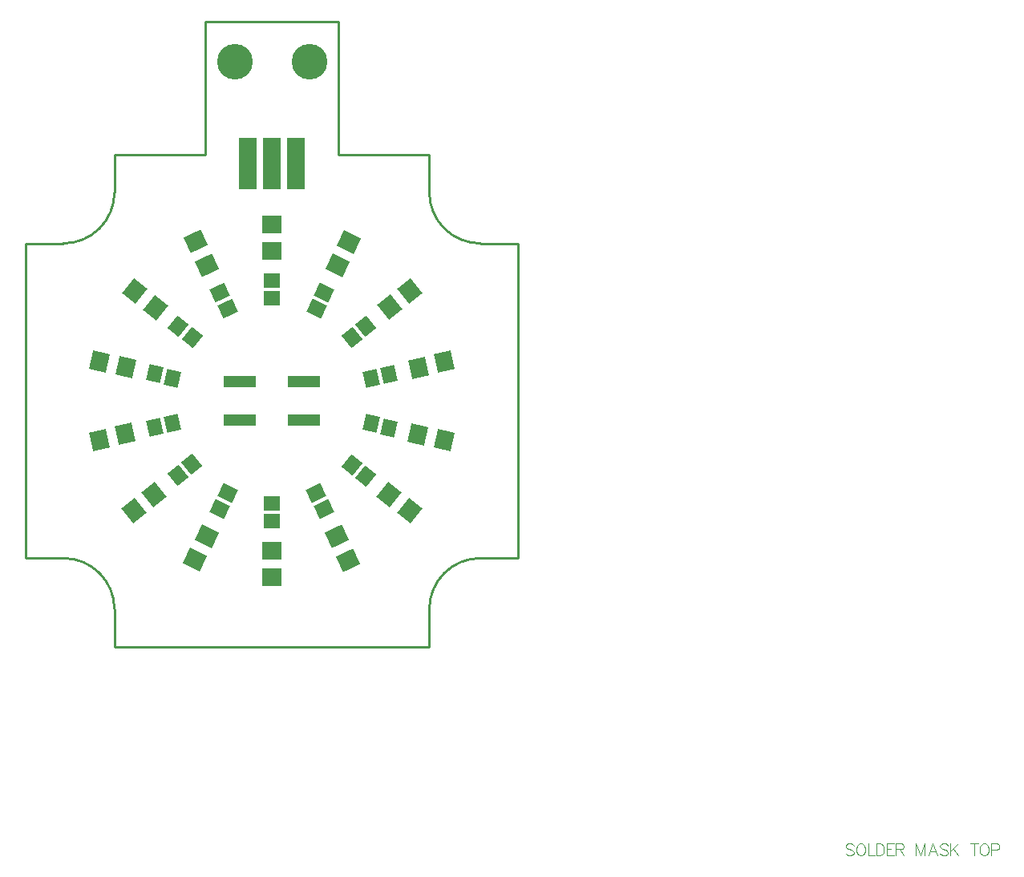
<source format=gts>
%FSLAX24Y24*%
%MOIN*%
G70*
G01*
G75*
G04 Layer_Color=8388736*
%ADD10C,0.0300*%
%ADD11R,0.0650X0.2100*%
G04:AMPARAMS|DCode=12|XSize=51.2mil|YSize=59.1mil|CornerRadius=0mil|HoleSize=0mil|Usage=FLASHONLY|Rotation=192.850|XOffset=0mil|YOffset=0mil|HoleType=Round|Shape=Rectangle|*
%AMROTATEDRECTD12*
4,1,4,0.0184,0.0345,0.0315,-0.0231,-0.0184,-0.0345,-0.0315,0.0231,0.0184,0.0345,0.0*
%
%ADD12ROTATEDRECTD12*%

G04:AMPARAMS|DCode=13|XSize=51.2mil|YSize=59.1mil|CornerRadius=0mil|HoleSize=0mil|Usage=FLASHONLY|Rotation=321.250|XOffset=0mil|YOffset=0mil|HoleType=Round|Shape=Rectangle|*
%AMROTATEDRECTD13*
4,1,4,-0.0384,-0.0070,-0.0015,0.0390,0.0384,0.0070,0.0015,-0.0390,-0.0384,-0.0070,0.0*
%
%ADD13ROTATEDRECTD13*%

G04:AMPARAMS|DCode=14|XSize=51.2mil|YSize=59.1mil|CornerRadius=0mil|HoleSize=0mil|Usage=FLASHONLY|Rotation=346.950|XOffset=0mil|YOffset=0mil|HoleType=Round|Shape=Rectangle|*
%AMROTATEDRECTD14*
4,1,4,-0.0316,-0.0230,-0.0183,0.0345,0.0316,0.0230,0.0183,-0.0345,-0.0316,-0.0230,0.0*
%
%ADD14ROTATEDRECTD14*%

G04:AMPARAMS|DCode=15|XSize=51.2mil|YSize=59.1mil|CornerRadius=0mil|HoleSize=0mil|Usage=FLASHONLY|Rotation=64.250|XOffset=0mil|YOffset=0mil|HoleType=Round|Shape=Rectangle|*
%AMROTATEDRECTD15*
4,1,4,0.0155,-0.0359,-0.0377,-0.0102,-0.0155,0.0359,0.0377,0.0102,0.0155,-0.0359,0.0*
%
%ADD15ROTATEDRECTD15*%

%ADD16R,0.0591X0.0512*%
G04:AMPARAMS|DCode=17|XSize=63mil|YSize=70.9mil|CornerRadius=0mil|HoleSize=0mil|Usage=FLASHONLY|Rotation=141.250|XOffset=0mil|YOffset=0mil|HoleType=Round|Shape=Rectangle|*
%AMROTATEDRECTD17*
4,1,4,0.0467,0.0079,0.0024,-0.0473,-0.0467,-0.0079,-0.0024,0.0473,0.0467,0.0079,0.0*
%
%ADD17ROTATEDRECTD17*%

G04:AMPARAMS|DCode=18|XSize=63mil|YSize=70.9mil|CornerRadius=0mil|HoleSize=0mil|Usage=FLASHONLY|Rotation=166.950|XOffset=0mil|YOffset=0mil|HoleType=Round|Shape=Rectangle|*
%AMROTATEDRECTD18*
4,1,4,0.0387,0.0274,0.0227,-0.0416,-0.0387,-0.0274,-0.0227,0.0416,0.0387,0.0274,0.0*
%
%ADD18ROTATEDRECTD18*%

G04:AMPARAMS|DCode=19|XSize=63mil|YSize=70.9mil|CornerRadius=0mil|HoleSize=0mil|Usage=FLASHONLY|Rotation=192.850|XOffset=0mil|YOffset=0mil|HoleType=Round|Shape=Rectangle|*
%AMROTATEDRECTD19*
4,1,4,0.0228,0.0416,0.0386,-0.0275,-0.0228,-0.0416,-0.0386,0.0275,0.0228,0.0416,0.0*
%
%ADD19ROTATEDRECTD19*%

G04:AMPARAMS|DCode=20|XSize=63mil|YSize=70.9mil|CornerRadius=0mil|HoleSize=0mil|Usage=FLASHONLY|Rotation=218.550|XOffset=0mil|YOffset=0mil|HoleType=Round|Shape=Rectangle|*
%AMROTATEDRECTD20*
4,1,4,0.0026,0.0473,0.0467,-0.0081,-0.0026,-0.0473,-0.0467,0.0081,0.0026,0.0473,0.0*
%
%ADD20ROTATEDRECTD20*%

G04:AMPARAMS|DCode=21|XSize=63mil|YSize=70.9mil|CornerRadius=0mil|HoleSize=0mil|Usage=FLASHONLY|Rotation=244.100|XOffset=0mil|YOffset=0mil|HoleType=Round|Shape=Rectangle|*
%AMROTATEDRECTD21*
4,1,4,-0.0181,0.0438,0.0456,0.0129,0.0181,-0.0438,-0.0456,-0.0129,-0.0181,0.0438,0.0*
%
%ADD21ROTATEDRECTD21*%

G04:AMPARAMS|DCode=22|XSize=63mil|YSize=70.9mil|CornerRadius=0mil|HoleSize=0mil|Usage=FLASHONLY|Rotation=269.850|XOffset=0mil|YOffset=0mil|HoleType=Round|Shape=Rectangle|*
%AMROTATEDRECTD22*
4,1,4,-0.0354,0.0316,0.0355,0.0314,0.0354,-0.0316,-0.0355,-0.0314,-0.0354,0.0316,0.0*
%
%ADD22ROTATEDRECTD22*%

G04:AMPARAMS|DCode=23|XSize=63mil|YSize=70.9mil|CornerRadius=0mil|HoleSize=0mil|Usage=FLASHONLY|Rotation=295.550|XOffset=0mil|YOffset=0mil|HoleType=Round|Shape=Rectangle|*
%AMROTATEDRECTD23*
4,1,4,-0.0456,0.0131,0.0184,0.0437,0.0456,-0.0131,-0.0184,-0.0437,-0.0456,0.0131,0.0*
%
%ADD23ROTATEDRECTD23*%

%ADD24R,0.1260X0.0394*%
%ADD25R,0.1260X0.0394*%
G04:AMPARAMS|DCode=26|XSize=51.2mil|YSize=59.1mil|CornerRadius=0mil|HoleSize=0mil|Usage=FLASHONLY|Rotation=38.550|XOffset=0mil|YOffset=0mil|HoleType=Round|Shape=Rectangle|*
%AMROTATEDRECTD26*
4,1,4,-0.0016,-0.0390,-0.0384,0.0071,0.0016,0.0390,0.0384,-0.0071,-0.0016,-0.0390,0.0*
%
%ADD26ROTATEDRECTD26*%

G04:AMPARAMS|DCode=27|XSize=51.2mil|YSize=59.1mil|CornerRadius=0mil|HoleSize=0mil|Usage=FLASHONLY|Rotation=295.550|XOffset=0mil|YOffset=0mil|HoleType=Round|Shape=Rectangle|*
%AMROTATEDRECTD27*
4,1,4,-0.0377,0.0104,0.0156,0.0358,0.0377,-0.0104,-0.0156,-0.0358,-0.0377,0.0104,0.0*
%
%ADD27ROTATEDRECTD27*%

G04:AMPARAMS|DCode=28|XSize=51.2mil|YSize=59.1mil|CornerRadius=0mil|HoleSize=0mil|Usage=FLASHONLY|Rotation=115.150|XOffset=0mil|YOffset=0mil|HoleType=Round|Shape=Rectangle|*
%AMROTATEDRECTD28*
4,1,4,0.0376,-0.0106,-0.0159,-0.0357,-0.0376,0.0106,0.0159,0.0357,0.0376,-0.0106,0.0*
%
%ADD28ROTATEDRECTD28*%

G04:AMPARAMS|DCode=29|XSize=63mil|YSize=70.9mil|CornerRadius=0mil|HoleSize=0mil|Usage=FLASHONLY|Rotation=115.150|XOffset=0mil|YOffset=0mil|HoleType=Round|Shape=Rectangle|*
%AMROTATEDRECTD29*
4,1,4,0.0455,-0.0135,-0.0187,-0.0436,-0.0455,0.0135,0.0187,0.0436,0.0455,-0.0135,0.0*
%
%ADD29ROTATEDRECTD29*%

%ADD30C,0.0200*%
%ADD31C,0.0049*%
%ADD32C,0.0100*%
%ADD33C,0.1400*%
%ADD34C,0.0079*%
%ADD35C,0.0098*%
%ADD36C,0.0010*%
%ADD37C,0.0080*%
%ADD38C,0.0039*%
%ADD39C,0.0120*%
%ADD40R,0.3900X0.0630*%
%ADD41R,0.0730X0.2180*%
G04:AMPARAMS|DCode=42|XSize=59.2mil|YSize=67.1mil|CornerRadius=0mil|HoleSize=0mil|Usage=FLASHONLY|Rotation=192.850|XOffset=0mil|YOffset=0mil|HoleType=Round|Shape=Rectangle|*
%AMROTATEDRECTD42*
4,1,4,0.0214,0.0393,0.0363,-0.0261,-0.0214,-0.0393,-0.0363,0.0261,0.0214,0.0393,0.0*
%
%ADD42ROTATEDRECTD42*%

G04:AMPARAMS|DCode=43|XSize=59.2mil|YSize=67.1mil|CornerRadius=0mil|HoleSize=0mil|Usage=FLASHONLY|Rotation=321.250|XOffset=0mil|YOffset=0mil|HoleType=Round|Shape=Rectangle|*
%AMROTATEDRECTD43*
4,1,4,-0.0441,-0.0076,-0.0021,0.0447,0.0441,0.0076,0.0021,-0.0447,-0.0441,-0.0076,0.0*
%
%ADD43ROTATEDRECTD43*%

G04:AMPARAMS|DCode=44|XSize=59.2mil|YSize=67.1mil|CornerRadius=0mil|HoleSize=0mil|Usage=FLASHONLY|Rotation=346.950|XOffset=0mil|YOffset=0mil|HoleType=Round|Shape=Rectangle|*
%AMROTATEDRECTD44*
4,1,4,-0.0364,-0.0260,-0.0213,0.0393,0.0364,0.0260,0.0213,-0.0393,-0.0364,-0.0260,0.0*
%
%ADD44ROTATEDRECTD44*%

G04:AMPARAMS|DCode=45|XSize=59.2mil|YSize=67.1mil|CornerRadius=0mil|HoleSize=0mil|Usage=FLASHONLY|Rotation=64.250|XOffset=0mil|YOffset=0mil|HoleType=Round|Shape=Rectangle|*
%AMROTATEDRECTD45*
4,1,4,0.0173,-0.0412,-0.0431,-0.0121,-0.0173,0.0412,0.0431,0.0121,0.0173,-0.0412,0.0*
%
%ADD45ROTATEDRECTD45*%

%ADD46R,0.0671X0.0592*%
G04:AMPARAMS|DCode=47|XSize=71mil|YSize=78.9mil|CornerRadius=0mil|HoleSize=0mil|Usage=FLASHONLY|Rotation=141.250|XOffset=0mil|YOffset=0mil|HoleType=Round|Shape=Rectangle|*
%AMROTATEDRECTD47*
4,1,4,0.0524,0.0085,0.0030,-0.0530,-0.0524,-0.0085,-0.0030,0.0530,0.0524,0.0085,0.0*
%
%ADD47ROTATEDRECTD47*%

G04:AMPARAMS|DCode=48|XSize=71mil|YSize=78.9mil|CornerRadius=0mil|HoleSize=0mil|Usage=FLASHONLY|Rotation=166.950|XOffset=0mil|YOffset=0mil|HoleType=Round|Shape=Rectangle|*
%AMROTATEDRECTD48*
4,1,4,0.0435,0.0304,0.0257,-0.0464,-0.0435,-0.0304,-0.0257,0.0464,0.0435,0.0304,0.0*
%
%ADD48ROTATEDRECTD48*%

G04:AMPARAMS|DCode=49|XSize=71mil|YSize=78.9mil|CornerRadius=0mil|HoleSize=0mil|Usage=FLASHONLY|Rotation=192.850|XOffset=0mil|YOffset=0mil|HoleType=Round|Shape=Rectangle|*
%AMROTATEDRECTD49*
4,1,4,0.0258,0.0463,0.0434,-0.0306,-0.0258,-0.0463,-0.0434,0.0306,0.0258,0.0463,0.0*
%
%ADD49ROTATEDRECTD49*%

G04:AMPARAMS|DCode=50|XSize=71mil|YSize=78.9mil|CornerRadius=0mil|HoleSize=0mil|Usage=FLASHONLY|Rotation=218.550|XOffset=0mil|YOffset=0mil|HoleType=Round|Shape=Rectangle|*
%AMROTATEDRECTD50*
4,1,4,0.0032,0.0530,0.0523,-0.0087,-0.0032,-0.0530,-0.0523,0.0087,0.0032,0.0530,0.0*
%
%ADD50ROTATEDRECTD50*%

G04:AMPARAMS|DCode=51|XSize=71mil|YSize=78.9mil|CornerRadius=0mil|HoleSize=0mil|Usage=FLASHONLY|Rotation=244.100|XOffset=0mil|YOffset=0mil|HoleType=Round|Shape=Rectangle|*
%AMROTATEDRECTD51*
4,1,4,-0.0200,0.0492,0.0510,0.0147,0.0200,-0.0492,-0.0510,-0.0147,-0.0200,0.0492,0.0*
%
%ADD51ROTATEDRECTD51*%

G04:AMPARAMS|DCode=52|XSize=71mil|YSize=78.9mil|CornerRadius=0mil|HoleSize=0mil|Usage=FLASHONLY|Rotation=269.850|XOffset=0mil|YOffset=0mil|HoleType=Round|Shape=Rectangle|*
%AMROTATEDRECTD52*
4,1,4,-0.0393,0.0356,0.0395,0.0354,0.0393,-0.0356,-0.0395,-0.0354,-0.0393,0.0356,0.0*
%
%ADD52ROTATEDRECTD52*%

G04:AMPARAMS|DCode=53|XSize=71mil|YSize=78.9mil|CornerRadius=0mil|HoleSize=0mil|Usage=FLASHONLY|Rotation=295.550|XOffset=0mil|YOffset=0mil|HoleType=Round|Shape=Rectangle|*
%AMROTATEDRECTD53*
4,1,4,-0.0509,0.0150,0.0203,0.0490,0.0509,-0.0150,-0.0203,-0.0490,-0.0509,0.0150,0.0*
%
%ADD53ROTATEDRECTD53*%

%ADD54R,0.1340X0.0474*%
%ADD55R,0.1340X0.0474*%
G04:AMPARAMS|DCode=56|XSize=59.2mil|YSize=67.1mil|CornerRadius=0mil|HoleSize=0mil|Usage=FLASHONLY|Rotation=38.550|XOffset=0mil|YOffset=0mil|HoleType=Round|Shape=Rectangle|*
%AMROTATEDRECTD56*
4,1,4,-0.0022,-0.0447,-0.0440,0.0078,0.0022,0.0447,0.0440,-0.0078,-0.0022,-0.0447,0.0*
%
%ADD56ROTATEDRECTD56*%

G04:AMPARAMS|DCode=57|XSize=59.2mil|YSize=67.1mil|CornerRadius=0mil|HoleSize=0mil|Usage=FLASHONLY|Rotation=295.550|XOffset=0mil|YOffset=0mil|HoleType=Round|Shape=Rectangle|*
%AMROTATEDRECTD57*
4,1,4,-0.0430,0.0122,0.0175,0.0412,0.0430,-0.0122,-0.0175,-0.0412,-0.0430,0.0122,0.0*
%
%ADD57ROTATEDRECTD57*%

G04:AMPARAMS|DCode=58|XSize=59.2mil|YSize=67.1mil|CornerRadius=0mil|HoleSize=0mil|Usage=FLASHONLY|Rotation=115.150|XOffset=0mil|YOffset=0mil|HoleType=Round|Shape=Rectangle|*
%AMROTATEDRECTD58*
4,1,4,0.0429,-0.0125,-0.0178,-0.0410,-0.0429,0.0125,0.0178,0.0410,0.0429,-0.0125,0.0*
%
%ADD58ROTATEDRECTD58*%

G04:AMPARAMS|DCode=59|XSize=71mil|YSize=78.9mil|CornerRadius=0mil|HoleSize=0mil|Usage=FLASHONLY|Rotation=115.150|XOffset=0mil|YOffset=0mil|HoleType=Round|Shape=Rectangle|*
%AMROTATEDRECTD59*
4,1,4,0.0508,-0.0154,-0.0206,-0.0489,-0.0508,0.0154,0.0206,0.0489,0.0508,-0.0154,0.0*
%
%ADD59ROTATEDRECTD59*%

%ADD60C,0.1480*%
D31*
X30727Y-8249D02*
X30680Y-8202D01*
X30610Y-8179D01*
X30516D01*
X30446Y-8202D01*
X30399Y-8249D01*
Y-8296D01*
X30422Y-8343D01*
X30446Y-8366D01*
X30493Y-8389D01*
X30633Y-8436D01*
X30680Y-8460D01*
X30704Y-8483D01*
X30727Y-8530D01*
Y-8600D01*
X30680Y-8647D01*
X30610Y-8671D01*
X30516D01*
X30446Y-8647D01*
X30399Y-8600D01*
X30978Y-8179D02*
X30931Y-8202D01*
X30884Y-8249D01*
X30861Y-8296D01*
X30837Y-8366D01*
Y-8483D01*
X30861Y-8553D01*
X30884Y-8600D01*
X30931Y-8647D01*
X30978Y-8671D01*
X31071D01*
X31118Y-8647D01*
X31165Y-8600D01*
X31189Y-8553D01*
X31212Y-8483D01*
Y-8366D01*
X31189Y-8296D01*
X31165Y-8249D01*
X31118Y-8202D01*
X31071Y-8179D01*
X30978D01*
X31327D02*
Y-8671D01*
X31608D01*
X31662Y-8179D02*
Y-8671D01*
Y-8179D02*
X31826D01*
X31896Y-8202D01*
X31943Y-8249D01*
X31966Y-8296D01*
X31990Y-8366D01*
Y-8483D01*
X31966Y-8553D01*
X31943Y-8600D01*
X31896Y-8647D01*
X31826Y-8671D01*
X31662D01*
X32405Y-8179D02*
X32100D01*
Y-8671D01*
X32405D01*
X32100Y-8413D02*
X32287D01*
X32487Y-8179D02*
Y-8671D01*
Y-8179D02*
X32697D01*
X32768Y-8202D01*
X32791Y-8225D01*
X32815Y-8272D01*
Y-8319D01*
X32791Y-8366D01*
X32768Y-8389D01*
X32697Y-8413D01*
X32487D01*
X32651D02*
X32815Y-8671D01*
X33311Y-8179D02*
Y-8671D01*
Y-8179D02*
X33499Y-8671D01*
X33686Y-8179D02*
X33499Y-8671D01*
X33686Y-8179D02*
Y-8671D01*
X34202D02*
X34014Y-8179D01*
X33827Y-8671D01*
X33897Y-8507D02*
X34131D01*
X34644Y-8249D02*
X34598Y-8202D01*
X34527Y-8179D01*
X34434D01*
X34363Y-8202D01*
X34316Y-8249D01*
Y-8296D01*
X34340Y-8343D01*
X34363Y-8366D01*
X34410Y-8389D01*
X34551Y-8436D01*
X34598Y-8460D01*
X34621Y-8483D01*
X34644Y-8530D01*
Y-8600D01*
X34598Y-8647D01*
X34527Y-8671D01*
X34434D01*
X34363Y-8647D01*
X34316Y-8600D01*
X34755Y-8179D02*
Y-8671D01*
X35083Y-8179D02*
X34755Y-8507D01*
X34872Y-8389D02*
X35083Y-8671D01*
X35743Y-8179D02*
Y-8671D01*
X35579Y-8179D02*
X35907D01*
X36106D02*
X36060Y-8202D01*
X36013Y-8249D01*
X35989Y-8296D01*
X35966Y-8366D01*
Y-8483D01*
X35989Y-8553D01*
X36013Y-8600D01*
X36060Y-8647D01*
X36106Y-8671D01*
X36200D01*
X36247Y-8647D01*
X36294Y-8600D01*
X36317Y-8553D01*
X36341Y-8483D01*
Y-8366D01*
X36317Y-8296D01*
X36294Y-8249D01*
X36247Y-8202D01*
X36200Y-8179D01*
X36106D01*
X36456Y-8436D02*
X36666D01*
X36737Y-8413D01*
X36760Y-8389D01*
X36784Y-8343D01*
Y-8272D01*
X36760Y-8225D01*
X36737Y-8202D01*
X36666Y-8179D01*
X36456D01*
Y-8671D01*
D32*
X13091Y18902D02*
G03*
X15209Y16783I2118J0D01*
G01*
X-2118D02*
G03*
X-0Y18902I0J2118D01*
G01*
X0Y1575D02*
G03*
X-2118Y3693I-2118J0D01*
G01*
X15209D02*
G03*
X13091Y1575I0J-2118D01*
G01*
X9301Y20476D02*
Y25988D01*
X3789Y20476D02*
Y25988D01*
X9301Y20476D02*
X13091D01*
X-0D02*
X3789D01*
X15209Y16783D02*
X16783D01*
X13091Y18902D02*
Y20476D01*
X-0Y18902D02*
Y20476D01*
X-3693Y16783D02*
X-2118D01*
X-3693D02*
X-3693Y3693D01*
X-2118D01*
X0Y0D02*
Y1575D01*
X13091Y0D02*
Y1575D01*
X15209Y3693D02*
X16783D01*
X3789Y25988D02*
X9301D01*
X16783Y3693D02*
X16783Y16783D01*
X0Y0D02*
X13091D01*
D41*
X5543Y20111D02*
D03*
X6543D02*
D03*
X7543D02*
D03*
D42*
X2397Y9295D02*
D03*
X1668Y9128D02*
D03*
X10690Y11178D02*
D03*
X11419Y11344D02*
D03*
D43*
X9867Y7584D02*
D03*
X10450Y7116D02*
D03*
X3236Y12877D02*
D03*
X2652Y13345D02*
D03*
D44*
X10688Y9288D02*
D03*
X11417Y9119D02*
D03*
X2398Y11185D02*
D03*
X1670Y11353D02*
D03*
D45*
X8394Y14064D02*
D03*
X8719Y14738D02*
D03*
X4693Y6408D02*
D03*
X4367Y5735D02*
D03*
D46*
X6543Y14488D02*
D03*
X6543Y15236D02*
D03*
X6536Y5984D02*
D03*
X6534Y5236D02*
D03*
D47*
X1697Y14105D02*
D03*
X838Y14795D02*
D03*
X11421Y6344D02*
D03*
X12281Y5654D02*
D03*
D48*
X460Y11628D02*
D03*
X-614Y11877D02*
D03*
X12626Y8845D02*
D03*
X13700Y8596D02*
D03*
D49*
X458Y8854D02*
D03*
X-617Y8609D02*
D03*
X12628Y11618D02*
D03*
X13703Y11863D02*
D03*
D50*
X1659Y6352D02*
D03*
X797Y5665D02*
D03*
X11427Y14120D02*
D03*
X12289Y14807D02*
D03*
D51*
X3828Y4618D02*
D03*
X3347Y3626D02*
D03*
X9260Y15854D02*
D03*
X9739Y16847D02*
D03*
D52*
X6545Y3996D02*
D03*
X6542Y2894D02*
D03*
X6543Y16476D02*
D03*
Y17579D02*
D03*
D53*
X9251Y4614D02*
D03*
X9726Y3619D02*
D03*
D54*
X7882Y9449D02*
D03*
X7882Y11024D02*
D03*
D55*
X5205Y9449D02*
D03*
Y11024D02*
D03*
D56*
X9871Y12883D02*
D03*
X10456Y13349D02*
D03*
X3215Y7590D02*
D03*
X2630Y7123D02*
D03*
D57*
X8388Y6405D02*
D03*
X8711Y5730D02*
D03*
D58*
X4696Y14066D02*
D03*
X4378Y14743D02*
D03*
D59*
X3832Y15857D02*
D03*
X3364Y16855D02*
D03*
D60*
X4993Y24321D02*
D03*
X8093D02*
D03*
M02*

</source>
